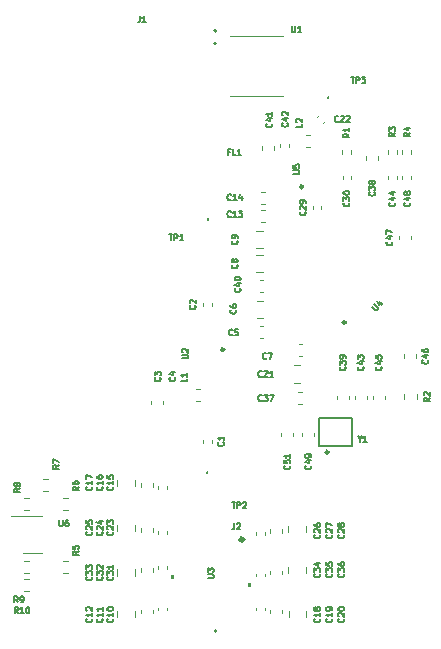
<source format=gto>
%TF.GenerationSoftware,KiCad,Pcbnew,(6.0.1)*%
%TF.CreationDate,2022-03-10T13:17:56+01:00*%
%TF.ProjectId,XCOMMS_RF,58434f4d-4d53-45f5-9246-2e6b69636164,rev?*%
%TF.SameCoordinates,PX7ed6b40PY82a7440*%
%TF.FileFunction,Legend,Top*%
%TF.FilePolarity,Positive*%
%FSLAX46Y46*%
G04 Gerber Fmt 4.6, Leading zero omitted, Abs format (unit mm)*
G04 Created by KiCad (PCBNEW (6.0.1)) date 2022-03-10 13:17:56*
%MOMM*%
%LPD*%
G01*
G04 APERTURE LIST*
%ADD10C,0.000000*%
%ADD11C,0.127000*%
%ADD12C,0.120000*%
%ADD13C,0.250000*%
%ADD14C,0.325000*%
%ADD15C,0.200000*%
%ADD16C,0.254000*%
%ADD17C,0.100000*%
G04 APERTURE END LIST*
D10*
G36*
X16585653Y11609501D02*
G01*
X16331653Y11609501D01*
X16331653Y11990501D01*
X16585653Y11990501D01*
X16585653Y11609501D01*
G37*
G36*
X23053052Y10949101D02*
G01*
X22799052Y10949101D01*
X22799052Y11330101D01*
X23053052Y11330101D01*
X23053052Y10949101D01*
G37*
D11*
%TO.C,C35*%
X29893226Y12103629D02*
X29917417Y12079439D01*
X29941607Y12006867D01*
X29941607Y11958486D01*
X29917417Y11885915D01*
X29869036Y11837534D01*
X29820655Y11813343D01*
X29723893Y11789153D01*
X29651321Y11789153D01*
X29554559Y11813343D01*
X29506178Y11837534D01*
X29457798Y11885915D01*
X29433607Y11958486D01*
X29433607Y12006867D01*
X29457798Y12079439D01*
X29481988Y12103629D01*
X29433607Y12272962D02*
X29433607Y12587439D01*
X29627131Y12418105D01*
X29627131Y12490677D01*
X29651321Y12539058D01*
X29675512Y12563248D01*
X29723893Y12587439D01*
X29844845Y12587439D01*
X29893226Y12563248D01*
X29917417Y12539058D01*
X29941607Y12490677D01*
X29941607Y12345534D01*
X29917417Y12297153D01*
X29893226Y12272962D01*
X29433607Y13047058D02*
X29433607Y12805153D01*
X29675512Y12780962D01*
X29651321Y12805153D01*
X29627131Y12853534D01*
X29627131Y12974486D01*
X29651321Y13022867D01*
X29675512Y13047058D01*
X29723893Y13071248D01*
X29844845Y13071248D01*
X29893226Y13047058D01*
X29917417Y13022867D01*
X29941607Y12974486D01*
X29941607Y12853534D01*
X29917417Y12805153D01*
X29893226Y12780962D01*
%TO.C,C12*%
X9573226Y8293629D02*
X9597417Y8269439D01*
X9621607Y8196867D01*
X9621607Y8148486D01*
X9597417Y8075915D01*
X9549036Y8027534D01*
X9500655Y8003343D01*
X9403893Y7979153D01*
X9331321Y7979153D01*
X9234559Y8003343D01*
X9186178Y8027534D01*
X9137798Y8075915D01*
X9113607Y8148486D01*
X9113607Y8196867D01*
X9137798Y8269439D01*
X9161988Y8293629D01*
X9621607Y8777439D02*
X9621607Y8487153D01*
X9621607Y8632296D02*
X9113607Y8632296D01*
X9186178Y8583915D01*
X9234559Y8535534D01*
X9258750Y8487153D01*
X9161988Y8970962D02*
X9137798Y8995153D01*
X9113607Y9043534D01*
X9113607Y9164486D01*
X9137798Y9212867D01*
X9161988Y9237058D01*
X9210369Y9261248D01*
X9258750Y9261248D01*
X9331321Y9237058D01*
X9621607Y8946772D01*
X9621607Y9261248D01*
%TO.C,C25*%
X9573226Y15659629D02*
X9597417Y15635439D01*
X9621607Y15562867D01*
X9621607Y15514486D01*
X9597417Y15441915D01*
X9549036Y15393534D01*
X9500655Y15369343D01*
X9403893Y15345153D01*
X9331321Y15345153D01*
X9234559Y15369343D01*
X9186178Y15393534D01*
X9137798Y15441915D01*
X9113607Y15514486D01*
X9113607Y15562867D01*
X9137798Y15635439D01*
X9161988Y15659629D01*
X9161988Y15853153D02*
X9137798Y15877343D01*
X9113607Y15925724D01*
X9113607Y16046677D01*
X9137798Y16095058D01*
X9161988Y16119248D01*
X9210369Y16143439D01*
X9258750Y16143439D01*
X9331321Y16119248D01*
X9621607Y15828962D01*
X9621607Y16143439D01*
X9113607Y16603058D02*
X9113607Y16361153D01*
X9355512Y16336962D01*
X9331321Y16361153D01*
X9307131Y16409534D01*
X9307131Y16530486D01*
X9331321Y16578867D01*
X9355512Y16603058D01*
X9403893Y16627248D01*
X9524845Y16627248D01*
X9573226Y16603058D01*
X9597417Y16578867D01*
X9621607Y16530486D01*
X9621607Y16409534D01*
X9597417Y16361153D01*
X9573226Y16336962D01*
%TO.C,R4*%
X36545607Y49429534D02*
X36303702Y49260200D01*
X36545607Y49139248D02*
X36037607Y49139248D01*
X36037607Y49332772D01*
X36061798Y49381153D01*
X36085988Y49405343D01*
X36134369Y49429534D01*
X36206940Y49429534D01*
X36255321Y49405343D01*
X36279512Y49381153D01*
X36303702Y49332772D01*
X36303702Y49139248D01*
X36206940Y49864962D02*
X36545607Y49864962D01*
X36013417Y49744010D02*
X36376274Y49623058D01*
X36376274Y49937534D01*
%TO.C,U2*%
X17241607Y30331153D02*
X17652845Y30331153D01*
X17701226Y30355343D01*
X17725417Y30379534D01*
X17749607Y30427915D01*
X17749607Y30524677D01*
X17725417Y30573058D01*
X17701226Y30597248D01*
X17652845Y30621439D01*
X17241607Y30621439D01*
X17289988Y30839153D02*
X17265798Y30863343D01*
X17241607Y30911724D01*
X17241607Y31032677D01*
X17265798Y31081058D01*
X17289988Y31105248D01*
X17338369Y31129439D01*
X17386750Y31129439D01*
X17459321Y31105248D01*
X17749607Y30814962D01*
X17749607Y31129439D01*
%TO.C,C2*%
X18336236Y34815339D02*
X18360427Y34791148D01*
X18384617Y34718577D01*
X18384617Y34670196D01*
X18360427Y34597625D01*
X18312046Y34549244D01*
X18263665Y34525053D01*
X18166903Y34500863D01*
X18094331Y34500863D01*
X17997569Y34525053D01*
X17949188Y34549244D01*
X17900808Y34597625D01*
X17876617Y34670196D01*
X17876617Y34718577D01*
X17900808Y34791148D01*
X17924998Y34815339D01*
X17924998Y35008863D02*
X17900808Y35033053D01*
X17876617Y35081434D01*
X17876617Y35202386D01*
X17900808Y35250767D01*
X17924998Y35274958D01*
X17973379Y35299148D01*
X18021760Y35299148D01*
X18094331Y35274958D01*
X18384617Y34984672D01*
X18384617Y35299148D01*
%TO.C,C34*%
X28877226Y12103629D02*
X28901417Y12079439D01*
X28925607Y12006867D01*
X28925607Y11958486D01*
X28901417Y11885915D01*
X28853036Y11837534D01*
X28804655Y11813343D01*
X28707893Y11789153D01*
X28635321Y11789153D01*
X28538559Y11813343D01*
X28490178Y11837534D01*
X28441798Y11885915D01*
X28417607Y11958486D01*
X28417607Y12006867D01*
X28441798Y12079439D01*
X28465988Y12103629D01*
X28417607Y12272962D02*
X28417607Y12587439D01*
X28611131Y12418105D01*
X28611131Y12490677D01*
X28635321Y12539058D01*
X28659512Y12563248D01*
X28707893Y12587439D01*
X28828845Y12587439D01*
X28877226Y12563248D01*
X28901417Y12539058D01*
X28925607Y12490677D01*
X28925607Y12345534D01*
X28901417Y12297153D01*
X28877226Y12272962D01*
X28586940Y13022867D02*
X28925607Y13022867D01*
X28393417Y12901915D02*
X28756274Y12780962D01*
X28756274Y13095439D01*
%TO.C,U3*%
X19414171Y11743154D02*
X19825409Y11743154D01*
X19873790Y11767344D01*
X19897981Y11791535D01*
X19922171Y11839916D01*
X19922171Y11936678D01*
X19897981Y11985059D01*
X19873790Y12009249D01*
X19825409Y12033440D01*
X19414171Y12033440D01*
X19414171Y12226963D02*
X19414171Y12541440D01*
X19607695Y12372106D01*
X19607695Y12444678D01*
X19631885Y12493059D01*
X19656076Y12517249D01*
X19704457Y12541440D01*
X19825409Y12541440D01*
X19873790Y12517249D01*
X19897981Y12493059D01*
X19922171Y12444678D01*
X19922171Y12299535D01*
X19897981Y12251154D01*
X19873790Y12226963D01*
%TO.C,FL1*%
X21285045Y47823286D02*
X21115712Y47823286D01*
X21115712Y47557191D02*
X21115712Y48065191D01*
X21357617Y48065191D01*
X21793045Y47557191D02*
X21551140Y47557191D01*
X21551140Y48065191D01*
X22228474Y47557191D02*
X21938188Y47557191D01*
X22083331Y47557191D02*
X22083331Y48065191D01*
X22034950Y47992620D01*
X21986569Y47944239D01*
X21938188Y47920048D01*
%TO.C,C28*%
X30909226Y15405629D02*
X30933417Y15381439D01*
X30957607Y15308867D01*
X30957607Y15260486D01*
X30933417Y15187915D01*
X30885036Y15139534D01*
X30836655Y15115343D01*
X30739893Y15091153D01*
X30667321Y15091153D01*
X30570559Y15115343D01*
X30522178Y15139534D01*
X30473798Y15187915D01*
X30449607Y15260486D01*
X30449607Y15308867D01*
X30473798Y15381439D01*
X30497988Y15405629D01*
X30497988Y15599153D02*
X30473798Y15623343D01*
X30449607Y15671724D01*
X30449607Y15792677D01*
X30473798Y15841058D01*
X30497988Y15865248D01*
X30546369Y15889439D01*
X30594750Y15889439D01*
X30667321Y15865248D01*
X30957607Y15574962D01*
X30957607Y15889439D01*
X30667321Y16179724D02*
X30643131Y16131343D01*
X30618940Y16107153D01*
X30570559Y16082962D01*
X30546369Y16082962D01*
X30497988Y16107153D01*
X30473798Y16131343D01*
X30449607Y16179724D01*
X30449607Y16276486D01*
X30473798Y16324867D01*
X30497988Y16349058D01*
X30546369Y16373248D01*
X30570559Y16373248D01*
X30618940Y16349058D01*
X30643131Y16324867D01*
X30667321Y16276486D01*
X30667321Y16179724D01*
X30691512Y16131343D01*
X30715702Y16107153D01*
X30764083Y16082962D01*
X30860845Y16082962D01*
X30909226Y16107153D01*
X30933417Y16131343D01*
X30957607Y16179724D01*
X30957607Y16276486D01*
X30933417Y16324867D01*
X30909226Y16349058D01*
X30860845Y16373248D01*
X30764083Y16373248D01*
X30715702Y16349058D01*
X30691512Y16324867D01*
X30667321Y16276486D01*
%TO.C,C20*%
X30909226Y8293629D02*
X30933417Y8269439D01*
X30957607Y8196867D01*
X30957607Y8148486D01*
X30933417Y8075915D01*
X30885036Y8027534D01*
X30836655Y8003343D01*
X30739893Y7979153D01*
X30667321Y7979153D01*
X30570559Y8003343D01*
X30522178Y8027534D01*
X30473798Y8075915D01*
X30449607Y8148486D01*
X30449607Y8196867D01*
X30473798Y8269439D01*
X30497988Y8293629D01*
X30497988Y8487153D02*
X30473798Y8511343D01*
X30449607Y8559724D01*
X30449607Y8680677D01*
X30473798Y8729058D01*
X30497988Y8753248D01*
X30546369Y8777439D01*
X30594750Y8777439D01*
X30667321Y8753248D01*
X30957607Y8462962D01*
X30957607Y8777439D01*
X30449607Y9091915D02*
X30449607Y9140296D01*
X30473798Y9188677D01*
X30497988Y9212867D01*
X30546369Y9237058D01*
X30643131Y9261248D01*
X30764083Y9261248D01*
X30860845Y9237058D01*
X30909226Y9212867D01*
X30933417Y9188677D01*
X30957607Y9140296D01*
X30957607Y9091915D01*
X30933417Y9043534D01*
X30909226Y9019343D01*
X30860845Y8995153D01*
X30764083Y8970962D01*
X30643131Y8970962D01*
X30546369Y8995153D01*
X30497988Y9019343D01*
X30473798Y9043534D01*
X30449607Y9091915D01*
%TO.C,C3*%
X15376026Y28709734D02*
X15400217Y28685543D01*
X15424407Y28612972D01*
X15424407Y28564591D01*
X15400217Y28492020D01*
X15351836Y28443639D01*
X15303455Y28419448D01*
X15206693Y28395258D01*
X15134121Y28395258D01*
X15037359Y28419448D01*
X14988978Y28443639D01*
X14940598Y28492020D01*
X14916407Y28564591D01*
X14916407Y28612972D01*
X14940598Y28685543D01*
X14964788Y28709734D01*
X14916407Y28879067D02*
X14916407Y29193543D01*
X15109931Y29024210D01*
X15109931Y29096781D01*
X15134121Y29145162D01*
X15158312Y29169353D01*
X15206693Y29193543D01*
X15327645Y29193543D01*
X15376026Y29169353D01*
X15400217Y29145162D01*
X15424407Y29096781D01*
X15424407Y28951639D01*
X15400217Y28903258D01*
X15376026Y28879067D01*
%TO.C,C16*%
X10462226Y19469629D02*
X10486417Y19445439D01*
X10510607Y19372867D01*
X10510607Y19324486D01*
X10486417Y19251915D01*
X10438036Y19203534D01*
X10389655Y19179343D01*
X10292893Y19155153D01*
X10220321Y19155153D01*
X10123559Y19179343D01*
X10075178Y19203534D01*
X10026798Y19251915D01*
X10002607Y19324486D01*
X10002607Y19372867D01*
X10026798Y19445439D01*
X10050988Y19469629D01*
X10510607Y19953439D02*
X10510607Y19663153D01*
X10510607Y19808296D02*
X10002607Y19808296D01*
X10075178Y19759915D01*
X10123559Y19711534D01*
X10147750Y19663153D01*
X10002607Y20388867D02*
X10002607Y20292105D01*
X10026798Y20243724D01*
X10050988Y20219534D01*
X10123559Y20171153D01*
X10220321Y20146962D01*
X10413845Y20146962D01*
X10462226Y20171153D01*
X10486417Y20195343D01*
X10510607Y20243724D01*
X10510607Y20340486D01*
X10486417Y20388867D01*
X10462226Y20413058D01*
X10413845Y20437248D01*
X10292893Y20437248D01*
X10244512Y20413058D01*
X10220321Y20388867D01*
X10196131Y20340486D01*
X10196131Y20243724D01*
X10220321Y20195343D01*
X10244512Y20171153D01*
X10292893Y20146962D01*
%TO.C,C27*%
X29893226Y15405629D02*
X29917417Y15381439D01*
X29941607Y15308867D01*
X29941607Y15260486D01*
X29917417Y15187915D01*
X29869036Y15139534D01*
X29820655Y15115343D01*
X29723893Y15091153D01*
X29651321Y15091153D01*
X29554559Y15115343D01*
X29506178Y15139534D01*
X29457798Y15187915D01*
X29433607Y15260486D01*
X29433607Y15308867D01*
X29457798Y15381439D01*
X29481988Y15405629D01*
X29481988Y15599153D02*
X29457798Y15623343D01*
X29433607Y15671724D01*
X29433607Y15792677D01*
X29457798Y15841058D01*
X29481988Y15865248D01*
X29530369Y15889439D01*
X29578750Y15889439D01*
X29651321Y15865248D01*
X29941607Y15574962D01*
X29941607Y15889439D01*
X29433607Y16058772D02*
X29433607Y16397439D01*
X29941607Y16179724D01*
%TO.C,C42*%
X26159426Y50254429D02*
X26183617Y50230239D01*
X26207807Y50157667D01*
X26207807Y50109286D01*
X26183617Y50036715D01*
X26135236Y49988334D01*
X26086855Y49964143D01*
X25990093Y49939953D01*
X25917521Y49939953D01*
X25820759Y49964143D01*
X25772378Y49988334D01*
X25723998Y50036715D01*
X25699807Y50109286D01*
X25699807Y50157667D01*
X25723998Y50230239D01*
X25748188Y50254429D01*
X25869140Y50689858D02*
X26207807Y50689858D01*
X25675617Y50568905D02*
X26038474Y50447953D01*
X26038474Y50762429D01*
X25748188Y50931762D02*
X25723998Y50955953D01*
X25699807Y51004334D01*
X25699807Y51125286D01*
X25723998Y51173667D01*
X25748188Y51197858D01*
X25796569Y51222048D01*
X25844950Y51222048D01*
X25917521Y51197858D01*
X26207807Y50907572D01*
X26207807Y51222048D01*
%TO.C,TP1*%
X16116750Y40826202D02*
X16407036Y40826202D01*
X16261893Y40318202D02*
X16261893Y40826202D01*
X16576369Y40318202D02*
X16576369Y40826202D01*
X16769893Y40826202D01*
X16818274Y40802011D01*
X16842464Y40777821D01*
X16866655Y40729440D01*
X16866655Y40656869D01*
X16842464Y40608488D01*
X16818274Y40584297D01*
X16769893Y40560107D01*
X16576369Y40560107D01*
X17350464Y40318202D02*
X17060178Y40318202D01*
X17205321Y40318202D02*
X17205321Y40826202D01*
X17156940Y40753631D01*
X17108559Y40705250D01*
X17060178Y40681059D01*
%TO.C,C47*%
X35000628Y40221429D02*
X35024819Y40197239D01*
X35049009Y40124667D01*
X35049009Y40076286D01*
X35024819Y40003715D01*
X34976438Y39955334D01*
X34928057Y39931143D01*
X34831295Y39906953D01*
X34758723Y39906953D01*
X34661961Y39931143D01*
X34613580Y39955334D01*
X34565200Y40003715D01*
X34541009Y40076286D01*
X34541009Y40124667D01*
X34565200Y40197239D01*
X34589390Y40221429D01*
X34710342Y40656858D02*
X35049009Y40656858D01*
X34516819Y40535905D02*
X34879676Y40414953D01*
X34879676Y40729429D01*
X34541009Y40874572D02*
X34541009Y41213239D01*
X35049009Y40995524D01*
%TO.C,C9*%
X21892226Y40285534D02*
X21916417Y40261343D01*
X21940607Y40188772D01*
X21940607Y40140391D01*
X21916417Y40067820D01*
X21868036Y40019439D01*
X21819655Y39995248D01*
X21722893Y39971058D01*
X21650321Y39971058D01*
X21553559Y39995248D01*
X21505178Y40019439D01*
X21456798Y40067820D01*
X21432607Y40140391D01*
X21432607Y40188772D01*
X21456798Y40261343D01*
X21480988Y40285534D01*
X21940607Y40527439D02*
X21940607Y40624200D01*
X21916417Y40672581D01*
X21892226Y40696772D01*
X21819655Y40745153D01*
X21722893Y40769343D01*
X21529369Y40769343D01*
X21480988Y40745153D01*
X21456798Y40720962D01*
X21432607Y40672581D01*
X21432607Y40575820D01*
X21456798Y40527439D01*
X21480988Y40503248D01*
X21529369Y40479058D01*
X21650321Y40479058D01*
X21698702Y40503248D01*
X21722893Y40527439D01*
X21747083Y40575820D01*
X21747083Y40672581D01*
X21722893Y40720962D01*
X21698702Y40745153D01*
X21650321Y40769343D01*
%TO.C,C15*%
X11351226Y19469629D02*
X11375417Y19445439D01*
X11399607Y19372867D01*
X11399607Y19324486D01*
X11375417Y19251915D01*
X11327036Y19203534D01*
X11278655Y19179343D01*
X11181893Y19155153D01*
X11109321Y19155153D01*
X11012559Y19179343D01*
X10964178Y19203534D01*
X10915798Y19251915D01*
X10891607Y19324486D01*
X10891607Y19372867D01*
X10915798Y19445439D01*
X10939988Y19469629D01*
X11399607Y19953439D02*
X11399607Y19663153D01*
X11399607Y19808296D02*
X10891607Y19808296D01*
X10964178Y19759915D01*
X11012559Y19711534D01*
X11036750Y19663153D01*
X10891607Y20413058D02*
X10891607Y20171153D01*
X11133512Y20146962D01*
X11109321Y20171153D01*
X11085131Y20219534D01*
X11085131Y20340486D01*
X11109321Y20388867D01*
X11133512Y20413058D01*
X11181893Y20437248D01*
X11302845Y20437248D01*
X11351226Y20413058D01*
X11375417Y20388867D01*
X11399607Y20340486D01*
X11399607Y20219534D01*
X11375417Y20171153D01*
X11351226Y20146962D01*
%TO.C,C13*%
X21384226Y42347772D02*
X21360036Y42323581D01*
X21287464Y42299391D01*
X21239083Y42299391D01*
X21166512Y42323581D01*
X21118131Y42371962D01*
X21093940Y42420343D01*
X21069750Y42517105D01*
X21069750Y42589677D01*
X21093940Y42686439D01*
X21118131Y42734820D01*
X21166512Y42783200D01*
X21239083Y42807391D01*
X21287464Y42807391D01*
X21360036Y42783200D01*
X21384226Y42759010D01*
X21868036Y42299391D02*
X21577750Y42299391D01*
X21722893Y42299391D02*
X21722893Y42807391D01*
X21674512Y42734820D01*
X21626131Y42686439D01*
X21577750Y42662248D01*
X22037369Y42807391D02*
X22351845Y42807391D01*
X22182512Y42613867D01*
X22255083Y42613867D01*
X22303464Y42589677D01*
X22327655Y42565486D01*
X22351845Y42517105D01*
X22351845Y42396153D01*
X22327655Y42347772D01*
X22303464Y42323581D01*
X22255083Y42299391D01*
X22109940Y42299391D01*
X22061559Y42323581D01*
X22037369Y42347772D01*
%TO.C,C31*%
X11351226Y11849629D02*
X11375417Y11825439D01*
X11399607Y11752867D01*
X11399607Y11704486D01*
X11375417Y11631915D01*
X11327036Y11583534D01*
X11278655Y11559343D01*
X11181893Y11535153D01*
X11109321Y11535153D01*
X11012559Y11559343D01*
X10964178Y11583534D01*
X10915798Y11631915D01*
X10891607Y11704486D01*
X10891607Y11752867D01*
X10915798Y11825439D01*
X10939988Y11849629D01*
X10891607Y12018962D02*
X10891607Y12333439D01*
X11085131Y12164105D01*
X11085131Y12236677D01*
X11109321Y12285058D01*
X11133512Y12309248D01*
X11181893Y12333439D01*
X11302845Y12333439D01*
X11351226Y12309248D01*
X11375417Y12285058D01*
X11399607Y12236677D01*
X11399607Y12091534D01*
X11375417Y12043153D01*
X11351226Y12018962D01*
X11399607Y12817248D02*
X11399607Y12526962D01*
X11399607Y12672105D02*
X10891607Y12672105D01*
X10964178Y12623724D01*
X11012559Y12575343D01*
X11036750Y12526962D01*
%TO.C,C7*%
X24369331Y30333572D02*
X24345140Y30309381D01*
X24272569Y30285191D01*
X24224188Y30285191D01*
X24151617Y30309381D01*
X24103236Y30357762D01*
X24079045Y30406143D01*
X24054855Y30502905D01*
X24054855Y30575477D01*
X24079045Y30672239D01*
X24103236Y30720620D01*
X24151617Y30769000D01*
X24224188Y30793191D01*
X24272569Y30793191D01*
X24345140Y30769000D01*
X24369331Y30744810D01*
X24538664Y30793191D02*
X24877331Y30793191D01*
X24659617Y30285191D01*
%TO.C,R10*%
X3350226Y8771391D02*
X3180893Y9013296D01*
X3059940Y8771391D02*
X3059940Y9279391D01*
X3253464Y9279391D01*
X3301845Y9255200D01*
X3326036Y9231010D01*
X3350226Y9182629D01*
X3350226Y9110058D01*
X3326036Y9061677D01*
X3301845Y9037486D01*
X3253464Y9013296D01*
X3059940Y9013296D01*
X3834036Y8771391D02*
X3543750Y8771391D01*
X3688893Y8771391D02*
X3688893Y9279391D01*
X3640512Y9206820D01*
X3592131Y9158439D01*
X3543750Y9134248D01*
X4148512Y9279391D02*
X4196893Y9279391D01*
X4245274Y9255200D01*
X4269464Y9231010D01*
X4293655Y9182629D01*
X4317845Y9085867D01*
X4317845Y8964915D01*
X4293655Y8868153D01*
X4269464Y8819772D01*
X4245274Y8795581D01*
X4196893Y8771391D01*
X4148512Y8771391D01*
X4100131Y8795581D01*
X4075940Y8819772D01*
X4051750Y8868153D01*
X4027559Y8964915D01*
X4027559Y9085867D01*
X4051750Y9182629D01*
X4075940Y9231010D01*
X4100131Y9255200D01*
X4148512Y9279391D01*
%TO.C,R7*%
X6827607Y21286334D02*
X6585702Y21117000D01*
X6827607Y20996048D02*
X6319607Y20996048D01*
X6319607Y21189572D01*
X6343798Y21237953D01*
X6367988Y21262143D01*
X6416369Y21286334D01*
X6488940Y21286334D01*
X6537321Y21262143D01*
X6561512Y21237953D01*
X6585702Y21189572D01*
X6585702Y20996048D01*
X6319607Y21455667D02*
X6319607Y21794334D01*
X6827607Y21576620D01*
%TO.C,C6*%
X21784222Y34433534D02*
X21808413Y34409343D01*
X21832603Y34336772D01*
X21832603Y34288391D01*
X21808413Y34215820D01*
X21760032Y34167439D01*
X21711651Y34143248D01*
X21614889Y34119058D01*
X21542317Y34119058D01*
X21445555Y34143248D01*
X21397174Y34167439D01*
X21348794Y34215820D01*
X21324603Y34288391D01*
X21324603Y34336772D01*
X21348794Y34409343D01*
X21372984Y34433534D01*
X21324603Y34868962D02*
X21324603Y34772200D01*
X21348794Y34723820D01*
X21372984Y34699629D01*
X21445555Y34651248D01*
X21542317Y34627058D01*
X21735841Y34627058D01*
X21784222Y34651248D01*
X21808413Y34675439D01*
X21832603Y34723820D01*
X21832603Y34820581D01*
X21808413Y34868962D01*
X21784222Y34893153D01*
X21735841Y34917343D01*
X21614889Y34917343D01*
X21566508Y34893153D01*
X21542317Y34868962D01*
X21518127Y34820581D01*
X21518127Y34723820D01*
X21542317Y34675439D01*
X21566508Y34651248D01*
X21614889Y34627058D01*
%TO.C,R1*%
X31414807Y49353334D02*
X31172902Y49184000D01*
X31414807Y49063048D02*
X30906807Y49063048D01*
X30906807Y49256572D01*
X30930998Y49304953D01*
X30955188Y49329143D01*
X31003569Y49353334D01*
X31076140Y49353334D01*
X31124521Y49329143D01*
X31148712Y49304953D01*
X31172902Y49256572D01*
X31172902Y49063048D01*
X31414807Y49837143D02*
X31414807Y49546858D01*
X31414807Y49692000D02*
X30906807Y49692000D01*
X30979378Y49643620D01*
X31027759Y49595239D01*
X31051950Y49546858D01*
%TO.C,J1*%
X13667464Y59317391D02*
X13667464Y58954534D01*
X13643274Y58881962D01*
X13594893Y58833581D01*
X13522321Y58809391D01*
X13473940Y58809391D01*
X14175464Y58809391D02*
X13885178Y58809391D01*
X14030321Y58809391D02*
X14030321Y59317391D01*
X13981940Y59244820D01*
X13933559Y59196439D01*
X13885178Y59172248D01*
%TO.C,C1*%
X20728634Y23226945D02*
X20752825Y23202754D01*
X20777015Y23130183D01*
X20777015Y23081802D01*
X20752825Y23009231D01*
X20704444Y22960850D01*
X20656063Y22936659D01*
X20559301Y22912469D01*
X20486729Y22912469D01*
X20389967Y22936659D01*
X20341586Y22960850D01*
X20293206Y23009231D01*
X20269015Y23081802D01*
X20269015Y23130183D01*
X20293206Y23202754D01*
X20317396Y23226945D01*
X20777015Y23710754D02*
X20777015Y23420469D01*
X20777015Y23565611D02*
X20269015Y23565611D01*
X20341586Y23517231D01*
X20389967Y23468850D01*
X20414158Y23420469D01*
%TO.C,R2*%
X38196607Y27001334D02*
X37954702Y26832000D01*
X38196607Y26711048D02*
X37688607Y26711048D01*
X37688607Y26904572D01*
X37712798Y26952953D01*
X37736988Y26977143D01*
X37785369Y27001334D01*
X37857940Y27001334D01*
X37906321Y26977143D01*
X37930512Y26952953D01*
X37954702Y26904572D01*
X37954702Y26711048D01*
X37736988Y27194858D02*
X37712798Y27219048D01*
X37688607Y27267429D01*
X37688607Y27388381D01*
X37712798Y27436762D01*
X37736988Y27460953D01*
X37785369Y27485143D01*
X37833750Y27485143D01*
X37906321Y27460953D01*
X38196607Y27170667D01*
X38196607Y27485143D01*
%TO.C,Y1*%
X32263893Y23491296D02*
X32263893Y23249391D01*
X32094559Y23757391D02*
X32263893Y23491296D01*
X32433226Y23757391D01*
X32868655Y23249391D02*
X32578369Y23249391D01*
X32723512Y23249391D02*
X32723512Y23757391D01*
X32675131Y23684820D01*
X32626750Y23636439D01*
X32578369Y23612248D01*
%TO.C,C43*%
X32560226Y29629629D02*
X32584417Y29605439D01*
X32608607Y29532867D01*
X32608607Y29484486D01*
X32584417Y29411915D01*
X32536036Y29363534D01*
X32487655Y29339343D01*
X32390893Y29315153D01*
X32318321Y29315153D01*
X32221559Y29339343D01*
X32173178Y29363534D01*
X32124798Y29411915D01*
X32100607Y29484486D01*
X32100607Y29532867D01*
X32124798Y29605439D01*
X32148988Y29629629D01*
X32269940Y30065058D02*
X32608607Y30065058D01*
X32076417Y29944105D02*
X32439274Y29823153D01*
X32439274Y30137629D01*
X32100607Y30282772D02*
X32100607Y30597248D01*
X32294131Y30427915D01*
X32294131Y30500486D01*
X32318321Y30548867D01*
X32342512Y30573058D01*
X32390893Y30597248D01*
X32511845Y30597248D01*
X32560226Y30573058D01*
X32584417Y30548867D01*
X32608607Y30500486D01*
X32608607Y30355343D01*
X32584417Y30306962D01*
X32560226Y30282772D01*
%TO.C,C39*%
X31036226Y29629629D02*
X31060417Y29605439D01*
X31084607Y29532867D01*
X31084607Y29484486D01*
X31060417Y29411915D01*
X31012036Y29363534D01*
X30963655Y29339343D01*
X30866893Y29315153D01*
X30794321Y29315153D01*
X30697559Y29339343D01*
X30649178Y29363534D01*
X30600798Y29411915D01*
X30576607Y29484486D01*
X30576607Y29532867D01*
X30600798Y29605439D01*
X30624988Y29629629D01*
X30576607Y29798962D02*
X30576607Y30113439D01*
X30770131Y29944105D01*
X30770131Y30016677D01*
X30794321Y30065058D01*
X30818512Y30089248D01*
X30866893Y30113439D01*
X30987845Y30113439D01*
X31036226Y30089248D01*
X31060417Y30065058D01*
X31084607Y30016677D01*
X31084607Y29871534D01*
X31060417Y29823153D01*
X31036226Y29798962D01*
X31084607Y30355343D02*
X31084607Y30452105D01*
X31060417Y30500486D01*
X31036226Y30524677D01*
X30963655Y30573058D01*
X30866893Y30597248D01*
X30673369Y30597248D01*
X30624988Y30573058D01*
X30600798Y30548867D01*
X30576607Y30500486D01*
X30576607Y30403724D01*
X30600798Y30355343D01*
X30624988Y30331153D01*
X30673369Y30306962D01*
X30794321Y30306962D01*
X30842702Y30331153D01*
X30866893Y30355343D01*
X30891083Y30403724D01*
X30891083Y30500486D01*
X30866893Y30548867D01*
X30842702Y30573058D01*
X30794321Y30597248D01*
%TO.C,C32*%
X10462226Y11849629D02*
X10486417Y11825439D01*
X10510607Y11752867D01*
X10510607Y11704486D01*
X10486417Y11631915D01*
X10438036Y11583534D01*
X10389655Y11559343D01*
X10292893Y11535153D01*
X10220321Y11535153D01*
X10123559Y11559343D01*
X10075178Y11583534D01*
X10026798Y11631915D01*
X10002607Y11704486D01*
X10002607Y11752867D01*
X10026798Y11825439D01*
X10050988Y11849629D01*
X10002607Y12018962D02*
X10002607Y12333439D01*
X10196131Y12164105D01*
X10196131Y12236677D01*
X10220321Y12285058D01*
X10244512Y12309248D01*
X10292893Y12333439D01*
X10413845Y12333439D01*
X10462226Y12309248D01*
X10486417Y12285058D01*
X10510607Y12236677D01*
X10510607Y12091534D01*
X10486417Y12043153D01*
X10462226Y12018962D01*
X10050988Y12526962D02*
X10026798Y12551153D01*
X10002607Y12599534D01*
X10002607Y12720486D01*
X10026798Y12768867D01*
X10050988Y12793058D01*
X10099369Y12817248D01*
X10147750Y12817248D01*
X10220321Y12793058D01*
X10510607Y12502772D01*
X10510607Y12817248D01*
%TO.C,R9*%
X3338131Y9660391D02*
X3168798Y9902296D01*
X3047845Y9660391D02*
X3047845Y10168391D01*
X3241369Y10168391D01*
X3289750Y10144200D01*
X3313940Y10120010D01*
X3338131Y10071629D01*
X3338131Y9999058D01*
X3313940Y9950677D01*
X3289750Y9926486D01*
X3241369Y9902296D01*
X3047845Y9902296D01*
X3580036Y9660391D02*
X3676798Y9660391D01*
X3725178Y9684581D01*
X3749369Y9708772D01*
X3797750Y9781343D01*
X3821940Y9878105D01*
X3821940Y10071629D01*
X3797750Y10120010D01*
X3773559Y10144200D01*
X3725178Y10168391D01*
X3628417Y10168391D01*
X3580036Y10144200D01*
X3555845Y10120010D01*
X3531655Y10071629D01*
X3531655Y9950677D01*
X3555845Y9902296D01*
X3580036Y9878105D01*
X3628417Y9853915D01*
X3725178Y9853915D01*
X3773559Y9878105D01*
X3797750Y9902296D01*
X3821940Y9950677D01*
%TO.C,C49*%
X28115226Y21247629D02*
X28139417Y21223439D01*
X28163607Y21150867D01*
X28163607Y21102486D01*
X28139417Y21029915D01*
X28091036Y20981534D01*
X28042655Y20957343D01*
X27945893Y20933153D01*
X27873321Y20933153D01*
X27776559Y20957343D01*
X27728178Y20981534D01*
X27679798Y21029915D01*
X27655607Y21102486D01*
X27655607Y21150867D01*
X27679798Y21223439D01*
X27703988Y21247629D01*
X27824940Y21683058D02*
X28163607Y21683058D01*
X27631417Y21562105D02*
X27994274Y21441153D01*
X27994274Y21755629D01*
X28163607Y21973343D02*
X28163607Y22070105D01*
X28139417Y22118486D01*
X28115226Y22142677D01*
X28042655Y22191058D01*
X27945893Y22215248D01*
X27752369Y22215248D01*
X27703988Y22191058D01*
X27679798Y22166867D01*
X27655607Y22118486D01*
X27655607Y22021724D01*
X27679798Y21973343D01*
X27703988Y21949153D01*
X27752369Y21924962D01*
X27873321Y21924962D01*
X27921702Y21949153D01*
X27945893Y21973343D01*
X27970083Y22021724D01*
X27970083Y22118486D01*
X27945893Y22166867D01*
X27921702Y22191058D01*
X27873321Y22215248D01*
%TO.C,C46*%
X38021226Y30188429D02*
X38045417Y30164239D01*
X38069607Y30091667D01*
X38069607Y30043286D01*
X38045417Y29970715D01*
X37997036Y29922334D01*
X37948655Y29898143D01*
X37851893Y29873953D01*
X37779321Y29873953D01*
X37682559Y29898143D01*
X37634178Y29922334D01*
X37585798Y29970715D01*
X37561607Y30043286D01*
X37561607Y30091667D01*
X37585798Y30164239D01*
X37609988Y30188429D01*
X37730940Y30623858D02*
X38069607Y30623858D01*
X37537417Y30502905D02*
X37900274Y30381953D01*
X37900274Y30696429D01*
X37561607Y31107667D02*
X37561607Y31010905D01*
X37585798Y30962524D01*
X37609988Y30938334D01*
X37682559Y30889953D01*
X37779321Y30865762D01*
X37972845Y30865762D01*
X38021226Y30889953D01*
X38045417Y30914143D01*
X38069607Y30962524D01*
X38069607Y31059286D01*
X38045417Y31107667D01*
X38021226Y31131858D01*
X37972845Y31156048D01*
X37851893Y31156048D01*
X37803512Y31131858D01*
X37779321Y31107667D01*
X37755131Y31059286D01*
X37755131Y30962524D01*
X37779321Y30914143D01*
X37803512Y30889953D01*
X37851893Y30865762D01*
%TO.C,C24*%
X10462226Y15659629D02*
X10486417Y15635439D01*
X10510607Y15562867D01*
X10510607Y15514486D01*
X10486417Y15441915D01*
X10438036Y15393534D01*
X10389655Y15369343D01*
X10292893Y15345153D01*
X10220321Y15345153D01*
X10123559Y15369343D01*
X10075178Y15393534D01*
X10026798Y15441915D01*
X10002607Y15514486D01*
X10002607Y15562867D01*
X10026798Y15635439D01*
X10050988Y15659629D01*
X10050988Y15853153D02*
X10026798Y15877343D01*
X10002607Y15925724D01*
X10002607Y16046677D01*
X10026798Y16095058D01*
X10050988Y16119248D01*
X10099369Y16143439D01*
X10147750Y16143439D01*
X10220321Y16119248D01*
X10510607Y15828962D01*
X10510607Y16143439D01*
X10171940Y16578867D02*
X10510607Y16578867D01*
X9978417Y16457915D02*
X10341274Y16336962D01*
X10341274Y16651439D01*
%TO.C,C37*%
X24000426Y26777572D02*
X23976236Y26753381D01*
X23903664Y26729191D01*
X23855283Y26729191D01*
X23782712Y26753381D01*
X23734331Y26801762D01*
X23710140Y26850143D01*
X23685950Y26946905D01*
X23685950Y27019477D01*
X23710140Y27116239D01*
X23734331Y27164620D01*
X23782712Y27213000D01*
X23855283Y27237191D01*
X23903664Y27237191D01*
X23976236Y27213000D01*
X24000426Y27188810D01*
X24169759Y27237191D02*
X24484236Y27237191D01*
X24314902Y27043667D01*
X24387474Y27043667D01*
X24435855Y27019477D01*
X24460045Y26995286D01*
X24484236Y26946905D01*
X24484236Y26825953D01*
X24460045Y26777572D01*
X24435855Y26753381D01*
X24387474Y26729191D01*
X24242331Y26729191D01*
X24193950Y26753381D01*
X24169759Y26777572D01*
X24653569Y27237191D02*
X24992236Y27237191D01*
X24774521Y26729191D01*
%TO.C,TP3*%
X31534550Y54135791D02*
X31824836Y54135791D01*
X31679693Y53627791D02*
X31679693Y54135791D01*
X31994169Y53627791D02*
X31994169Y54135791D01*
X32187693Y54135791D01*
X32236074Y54111600D01*
X32260264Y54087410D01*
X32284455Y54039029D01*
X32284455Y53966458D01*
X32260264Y53918077D01*
X32236074Y53893886D01*
X32187693Y53869696D01*
X31994169Y53869696D01*
X32453788Y54135791D02*
X32768264Y54135791D01*
X32598931Y53942267D01*
X32671502Y53942267D01*
X32719883Y53918077D01*
X32744074Y53893886D01*
X32768264Y53845505D01*
X32768264Y53724553D01*
X32744074Y53676172D01*
X32719883Y53651981D01*
X32671502Y53627791D01*
X32526359Y53627791D01*
X32477978Y53651981D01*
X32453788Y53676172D01*
%TO.C,R5*%
X8478607Y13996534D02*
X8236702Y13827200D01*
X8478607Y13706248D02*
X7970607Y13706248D01*
X7970607Y13899772D01*
X7994798Y13948153D01*
X8018988Y13972343D01*
X8067369Y13996534D01*
X8139940Y13996534D01*
X8188321Y13972343D01*
X8212512Y13948153D01*
X8236702Y13899772D01*
X8236702Y13706248D01*
X7970607Y14456153D02*
X7970607Y14214248D01*
X8212512Y14190058D01*
X8188321Y14214248D01*
X8164131Y14262629D01*
X8164131Y14383581D01*
X8188321Y14431962D01*
X8212512Y14456153D01*
X8260893Y14480343D01*
X8381845Y14480343D01*
X8430226Y14456153D01*
X8454417Y14431962D01*
X8478607Y14383581D01*
X8478607Y14262629D01*
X8454417Y14214248D01*
X8430226Y14190058D01*
%TO.C,C11*%
X10462226Y8293629D02*
X10486417Y8269439D01*
X10510607Y8196867D01*
X10510607Y8148486D01*
X10486417Y8075915D01*
X10438036Y8027534D01*
X10389655Y8003343D01*
X10292893Y7979153D01*
X10220321Y7979153D01*
X10123559Y8003343D01*
X10075178Y8027534D01*
X10026798Y8075915D01*
X10002607Y8148486D01*
X10002607Y8196867D01*
X10026798Y8269439D01*
X10050988Y8293629D01*
X10510607Y8777439D02*
X10510607Y8487153D01*
X10510607Y8632296D02*
X10002607Y8632296D01*
X10075178Y8583915D01*
X10123559Y8535534D01*
X10147750Y8487153D01*
X10510607Y9261248D02*
X10510607Y8970962D01*
X10510607Y9116105D02*
X10002607Y9116105D01*
X10075178Y9067724D01*
X10123559Y9019343D01*
X10147750Y8970962D01*
%TO.C,U1*%
X26530750Y58428391D02*
X26530750Y58017153D01*
X26554940Y57968772D01*
X26579131Y57944581D01*
X26627512Y57920391D01*
X26724274Y57920391D01*
X26772655Y57944581D01*
X26796845Y57968772D01*
X26821036Y58017153D01*
X26821036Y58428391D01*
X27329036Y57920391D02*
X27038750Y57920391D01*
X27183893Y57920391D02*
X27183893Y58428391D01*
X27135512Y58355820D01*
X27087131Y58307439D01*
X27038750Y58283248D01*
%TO.C,C23*%
X11351226Y15659629D02*
X11375417Y15635439D01*
X11399607Y15562867D01*
X11399607Y15514486D01*
X11375417Y15441915D01*
X11327036Y15393534D01*
X11278655Y15369343D01*
X11181893Y15345153D01*
X11109321Y15345153D01*
X11012559Y15369343D01*
X10964178Y15393534D01*
X10915798Y15441915D01*
X10891607Y15514486D01*
X10891607Y15562867D01*
X10915798Y15635439D01*
X10939988Y15659629D01*
X10939988Y15853153D02*
X10915798Y15877343D01*
X10891607Y15925724D01*
X10891607Y16046677D01*
X10915798Y16095058D01*
X10939988Y16119248D01*
X10988369Y16143439D01*
X11036750Y16143439D01*
X11109321Y16119248D01*
X11399607Y15828962D01*
X11399607Y16143439D01*
X10891607Y16312772D02*
X10891607Y16627248D01*
X11085131Y16457915D01*
X11085131Y16530486D01*
X11109321Y16578867D01*
X11133512Y16603058D01*
X11181893Y16627248D01*
X11302845Y16627248D01*
X11351226Y16603058D01*
X11375417Y16578867D01*
X11399607Y16530486D01*
X11399607Y16385343D01*
X11375417Y16336962D01*
X11351226Y16312772D01*
%TO.C,C4*%
X16616026Y28709734D02*
X16640217Y28685543D01*
X16664407Y28612972D01*
X16664407Y28564591D01*
X16640217Y28492020D01*
X16591836Y28443639D01*
X16543455Y28419448D01*
X16446693Y28395258D01*
X16374121Y28395258D01*
X16277359Y28419448D01*
X16228978Y28443639D01*
X16180598Y28492020D01*
X16156407Y28564591D01*
X16156407Y28612972D01*
X16180598Y28685543D01*
X16204788Y28709734D01*
X16325740Y29145162D02*
X16664407Y29145162D01*
X16132217Y29024210D02*
X16495074Y28903258D01*
X16495074Y29217734D01*
%TO.C,C18*%
X28877226Y8293629D02*
X28901417Y8269439D01*
X28925607Y8196867D01*
X28925607Y8148486D01*
X28901417Y8075915D01*
X28853036Y8027534D01*
X28804655Y8003343D01*
X28707893Y7979153D01*
X28635321Y7979153D01*
X28538559Y8003343D01*
X28490178Y8027534D01*
X28441798Y8075915D01*
X28417607Y8148486D01*
X28417607Y8196867D01*
X28441798Y8269439D01*
X28465988Y8293629D01*
X28925607Y8777439D02*
X28925607Y8487153D01*
X28925607Y8632296D02*
X28417607Y8632296D01*
X28490178Y8583915D01*
X28538559Y8535534D01*
X28562750Y8487153D01*
X28635321Y9067724D02*
X28611131Y9019343D01*
X28586940Y8995153D01*
X28538559Y8970962D01*
X28514369Y8970962D01*
X28465988Y8995153D01*
X28441798Y9019343D01*
X28417607Y9067724D01*
X28417607Y9164486D01*
X28441798Y9212867D01*
X28465988Y9237058D01*
X28514369Y9261248D01*
X28538559Y9261248D01*
X28586940Y9237058D01*
X28611131Y9212867D01*
X28635321Y9164486D01*
X28635321Y9067724D01*
X28659512Y9019343D01*
X28683702Y8995153D01*
X28732083Y8970962D01*
X28828845Y8970962D01*
X28877226Y8995153D01*
X28901417Y9019343D01*
X28925607Y9067724D01*
X28925607Y9164486D01*
X28901417Y9212867D01*
X28877226Y9237058D01*
X28828845Y9261248D01*
X28732083Y9261248D01*
X28683702Y9237058D01*
X28659512Y9212867D01*
X28635321Y9164486D01*
%TO.C,C45*%
X34084226Y29629629D02*
X34108417Y29605439D01*
X34132607Y29532867D01*
X34132607Y29484486D01*
X34108417Y29411915D01*
X34060036Y29363534D01*
X34011655Y29339343D01*
X33914893Y29315153D01*
X33842321Y29315153D01*
X33745559Y29339343D01*
X33697178Y29363534D01*
X33648798Y29411915D01*
X33624607Y29484486D01*
X33624607Y29532867D01*
X33648798Y29605439D01*
X33672988Y29629629D01*
X33793940Y30065058D02*
X34132607Y30065058D01*
X33600417Y29944105D02*
X33963274Y29823153D01*
X33963274Y30137629D01*
X33624607Y30573058D02*
X33624607Y30331153D01*
X33866512Y30306962D01*
X33842321Y30331153D01*
X33818131Y30379534D01*
X33818131Y30500486D01*
X33842321Y30548867D01*
X33866512Y30573058D01*
X33914893Y30597248D01*
X34035845Y30597248D01*
X34084226Y30573058D01*
X34108417Y30548867D01*
X34132607Y30500486D01*
X34132607Y30379534D01*
X34108417Y30331153D01*
X34084226Y30306962D01*
%TO.C,TP2*%
X21450750Y18169402D02*
X21741036Y18169402D01*
X21595893Y17661402D02*
X21595893Y18169402D01*
X21910369Y17661402D02*
X21910369Y18169402D01*
X22103893Y18169402D01*
X22152274Y18145211D01*
X22176464Y18121021D01*
X22200655Y18072640D01*
X22200655Y18000069D01*
X22176464Y17951688D01*
X22152274Y17927497D01*
X22103893Y17903307D01*
X21910369Y17903307D01*
X22394178Y18121021D02*
X22418369Y18145211D01*
X22466750Y18169402D01*
X22587702Y18169402D01*
X22636083Y18145211D01*
X22660274Y18121021D01*
X22684464Y18072640D01*
X22684464Y18024259D01*
X22660274Y17951688D01*
X22369988Y17661402D01*
X22684464Y17661402D01*
%TO.C,C19*%
X29893226Y8293629D02*
X29917417Y8269439D01*
X29941607Y8196867D01*
X29941607Y8148486D01*
X29917417Y8075915D01*
X29869036Y8027534D01*
X29820655Y8003343D01*
X29723893Y7979153D01*
X29651321Y7979153D01*
X29554559Y8003343D01*
X29506178Y8027534D01*
X29457798Y8075915D01*
X29433607Y8148486D01*
X29433607Y8196867D01*
X29457798Y8269439D01*
X29481988Y8293629D01*
X29941607Y8777439D02*
X29941607Y8487153D01*
X29941607Y8632296D02*
X29433607Y8632296D01*
X29506178Y8583915D01*
X29554559Y8535534D01*
X29578750Y8487153D01*
X29941607Y9019343D02*
X29941607Y9116105D01*
X29917417Y9164486D01*
X29893226Y9188677D01*
X29820655Y9237058D01*
X29723893Y9261248D01*
X29530369Y9261248D01*
X29481988Y9237058D01*
X29457798Y9212867D01*
X29433607Y9164486D01*
X29433607Y9067724D01*
X29457798Y9019343D01*
X29481988Y8995153D01*
X29530369Y8970962D01*
X29651321Y8970962D01*
X29699702Y8995153D01*
X29723893Y9019343D01*
X29748083Y9067724D01*
X29748083Y9164486D01*
X29723893Y9212867D01*
X29699702Y9237058D01*
X29651321Y9261248D01*
%TO.C,C38*%
X33525426Y44412429D02*
X33549617Y44388239D01*
X33573807Y44315667D01*
X33573807Y44267286D01*
X33549617Y44194715D01*
X33501236Y44146334D01*
X33452855Y44122143D01*
X33356093Y44097953D01*
X33283521Y44097953D01*
X33186759Y44122143D01*
X33138378Y44146334D01*
X33089998Y44194715D01*
X33065807Y44267286D01*
X33065807Y44315667D01*
X33089998Y44388239D01*
X33114188Y44412429D01*
X33065807Y44581762D02*
X33065807Y44896239D01*
X33259331Y44726905D01*
X33259331Y44799477D01*
X33283521Y44847858D01*
X33307712Y44872048D01*
X33356093Y44896239D01*
X33477045Y44896239D01*
X33525426Y44872048D01*
X33549617Y44847858D01*
X33573807Y44799477D01*
X33573807Y44654334D01*
X33549617Y44605953D01*
X33525426Y44581762D01*
X33283521Y45186524D02*
X33259331Y45138143D01*
X33235140Y45113953D01*
X33186759Y45089762D01*
X33162569Y45089762D01*
X33114188Y45113953D01*
X33089998Y45138143D01*
X33065807Y45186524D01*
X33065807Y45283286D01*
X33089998Y45331667D01*
X33114188Y45355858D01*
X33162569Y45380048D01*
X33186759Y45380048D01*
X33235140Y45355858D01*
X33259331Y45331667D01*
X33283521Y45283286D01*
X33283521Y45186524D01*
X33307712Y45138143D01*
X33331902Y45113953D01*
X33380283Y45089762D01*
X33477045Y45089762D01*
X33525426Y45113953D01*
X33549617Y45138143D01*
X33573807Y45186524D01*
X33573807Y45283286D01*
X33549617Y45331667D01*
X33525426Y45355858D01*
X33477045Y45380048D01*
X33380283Y45380048D01*
X33331902Y45355858D01*
X33307712Y45331667D01*
X33283521Y45283286D01*
%TO.C,C8*%
X21892226Y38253534D02*
X21916417Y38229343D01*
X21940607Y38156772D01*
X21940607Y38108391D01*
X21916417Y38035820D01*
X21868036Y37987439D01*
X21819655Y37963248D01*
X21722893Y37939058D01*
X21650321Y37939058D01*
X21553559Y37963248D01*
X21505178Y37987439D01*
X21456798Y38035820D01*
X21432607Y38108391D01*
X21432607Y38156772D01*
X21456798Y38229343D01*
X21480988Y38253534D01*
X21650321Y38543820D02*
X21626131Y38495439D01*
X21601940Y38471248D01*
X21553559Y38447058D01*
X21529369Y38447058D01*
X21480988Y38471248D01*
X21456798Y38495439D01*
X21432607Y38543820D01*
X21432607Y38640581D01*
X21456798Y38688962D01*
X21480988Y38713153D01*
X21529369Y38737343D01*
X21553559Y38737343D01*
X21601940Y38713153D01*
X21626131Y38688962D01*
X21650321Y38640581D01*
X21650321Y38543820D01*
X21674512Y38495439D01*
X21698702Y38471248D01*
X21747083Y38447058D01*
X21843845Y38447058D01*
X21892226Y38471248D01*
X21916417Y38495439D01*
X21940607Y38543820D01*
X21940607Y38640581D01*
X21916417Y38688962D01*
X21892226Y38713153D01*
X21843845Y38737343D01*
X21747083Y38737343D01*
X21698702Y38713153D01*
X21674512Y38688962D01*
X21650321Y38640581D01*
%TO.C,U5*%
X26639607Y45952153D02*
X27050845Y45952153D01*
X27099226Y45976343D01*
X27123417Y46000534D01*
X27147607Y46048915D01*
X27147607Y46145677D01*
X27123417Y46194058D01*
X27099226Y46218248D01*
X27050845Y46242439D01*
X26639607Y46242439D01*
X26639607Y46726248D02*
X26639607Y46484343D01*
X26881512Y46460153D01*
X26857321Y46484343D01*
X26833131Y46532724D01*
X26833131Y46653677D01*
X26857321Y46702058D01*
X26881512Y46726248D01*
X26929893Y46750439D01*
X27050845Y46750439D01*
X27099226Y46726248D01*
X27123417Y46702058D01*
X27147607Y46653677D01*
X27147607Y46532724D01*
X27123417Y46484343D01*
X27099226Y46460153D01*
%TO.C,C10*%
X11351226Y8293629D02*
X11375417Y8269439D01*
X11399607Y8196867D01*
X11399607Y8148486D01*
X11375417Y8075915D01*
X11327036Y8027534D01*
X11278655Y8003343D01*
X11181893Y7979153D01*
X11109321Y7979153D01*
X11012559Y8003343D01*
X10964178Y8027534D01*
X10915798Y8075915D01*
X10891607Y8148486D01*
X10891607Y8196867D01*
X10915798Y8269439D01*
X10939988Y8293629D01*
X11399607Y8777439D02*
X11399607Y8487153D01*
X11399607Y8632296D02*
X10891607Y8632296D01*
X10964178Y8583915D01*
X11012559Y8535534D01*
X11036750Y8487153D01*
X10891607Y9091915D02*
X10891607Y9140296D01*
X10915798Y9188677D01*
X10939988Y9212867D01*
X10988369Y9237058D01*
X11085131Y9261248D01*
X11206083Y9261248D01*
X11302845Y9237058D01*
X11351226Y9212867D01*
X11375417Y9188677D01*
X11399607Y9140296D01*
X11399607Y9091915D01*
X11375417Y9043534D01*
X11351226Y9019343D01*
X11302845Y8995153D01*
X11206083Y8970962D01*
X11085131Y8970962D01*
X10988369Y8995153D01*
X10939988Y9019343D01*
X10915798Y9043534D01*
X10891607Y9091915D01*
%TO.C,C30*%
X31366426Y43523429D02*
X31390617Y43499239D01*
X31414807Y43426667D01*
X31414807Y43378286D01*
X31390617Y43305715D01*
X31342236Y43257334D01*
X31293855Y43233143D01*
X31197093Y43208953D01*
X31124521Y43208953D01*
X31027759Y43233143D01*
X30979378Y43257334D01*
X30930998Y43305715D01*
X30906807Y43378286D01*
X30906807Y43426667D01*
X30930998Y43499239D01*
X30955188Y43523429D01*
X30906807Y43692762D02*
X30906807Y44007239D01*
X31100331Y43837905D01*
X31100331Y43910477D01*
X31124521Y43958858D01*
X31148712Y43983048D01*
X31197093Y44007239D01*
X31318045Y44007239D01*
X31366426Y43983048D01*
X31390617Y43958858D01*
X31414807Y43910477D01*
X31414807Y43765334D01*
X31390617Y43716953D01*
X31366426Y43692762D01*
X30906807Y44321715D02*
X30906807Y44370096D01*
X30930998Y44418477D01*
X30955188Y44442667D01*
X31003569Y44466858D01*
X31100331Y44491048D01*
X31221283Y44491048D01*
X31318045Y44466858D01*
X31366426Y44442667D01*
X31390617Y44418477D01*
X31414807Y44370096D01*
X31414807Y44321715D01*
X31390617Y44273334D01*
X31366426Y44249143D01*
X31318045Y44224953D01*
X31221283Y44200762D01*
X31100331Y44200762D01*
X31003569Y44224953D01*
X30955188Y44249143D01*
X30930998Y44273334D01*
X30906807Y44321715D01*
%TO.C,C5*%
X21520533Y32330777D02*
X21496342Y32306586D01*
X21423771Y32282396D01*
X21375390Y32282396D01*
X21302819Y32306586D01*
X21254438Y32354967D01*
X21230247Y32403348D01*
X21206057Y32500110D01*
X21206057Y32572682D01*
X21230247Y32669444D01*
X21254438Y32717825D01*
X21302819Y32766205D01*
X21375390Y32790396D01*
X21423771Y32790396D01*
X21496342Y32766205D01*
X21520533Y32742015D01*
X21980152Y32790396D02*
X21738247Y32790396D01*
X21714057Y32548491D01*
X21738247Y32572682D01*
X21786628Y32596872D01*
X21907580Y32596872D01*
X21955961Y32572682D01*
X21980152Y32548491D01*
X22004342Y32500110D01*
X22004342Y32379158D01*
X21980152Y32330777D01*
X21955961Y32306586D01*
X21907580Y32282396D01*
X21786628Y32282396D01*
X21738247Y32306586D01*
X21714057Y32330777D01*
%TO.C,C44*%
X35227226Y43500629D02*
X35251417Y43476439D01*
X35275607Y43403867D01*
X35275607Y43355486D01*
X35251417Y43282915D01*
X35203036Y43234534D01*
X35154655Y43210343D01*
X35057893Y43186153D01*
X34985321Y43186153D01*
X34888559Y43210343D01*
X34840178Y43234534D01*
X34791798Y43282915D01*
X34767607Y43355486D01*
X34767607Y43403867D01*
X34791798Y43476439D01*
X34815988Y43500629D01*
X34936940Y43936058D02*
X35275607Y43936058D01*
X34743417Y43815105D02*
X35106274Y43694153D01*
X35106274Y44008629D01*
X34936940Y44419867D02*
X35275607Y44419867D01*
X34743417Y44298915D02*
X35106274Y44177962D01*
X35106274Y44492439D01*
%TO.C,L1*%
X17661605Y28614536D02*
X17661605Y28372631D01*
X17153605Y28372631D01*
X17661605Y29049964D02*
X17661605Y28759679D01*
X17661605Y28904822D02*
X17153605Y28904822D01*
X17226176Y28856441D01*
X17274557Y28808060D01*
X17298748Y28759679D01*
%TO.C,U4*%
X33305403Y34705227D02*
X33596192Y34414438D01*
X33647508Y34397332D01*
X33681719Y34397332D01*
X33733034Y34414438D01*
X33801455Y34482859D01*
X33818561Y34534174D01*
X33818561Y34568385D01*
X33801455Y34619701D01*
X33510666Y34910490D01*
X33955403Y35115753D02*
X34194876Y34876279D01*
X33733034Y35167069D02*
X33904087Y34824964D01*
X34126455Y35047332D01*
%TO.C,C48*%
X36497226Y43500629D02*
X36521417Y43476439D01*
X36545607Y43403867D01*
X36545607Y43355486D01*
X36521417Y43282915D01*
X36473036Y43234534D01*
X36424655Y43210343D01*
X36327893Y43186153D01*
X36255321Y43186153D01*
X36158559Y43210343D01*
X36110178Y43234534D01*
X36061798Y43282915D01*
X36037607Y43355486D01*
X36037607Y43403867D01*
X36061798Y43476439D01*
X36085988Y43500629D01*
X36206940Y43936058D02*
X36545607Y43936058D01*
X36013417Y43815105D02*
X36376274Y43694153D01*
X36376274Y44008629D01*
X36255321Y44274724D02*
X36231131Y44226343D01*
X36206940Y44202153D01*
X36158559Y44177962D01*
X36134369Y44177962D01*
X36085988Y44202153D01*
X36061798Y44226343D01*
X36037607Y44274724D01*
X36037607Y44371486D01*
X36061798Y44419867D01*
X36085988Y44444058D01*
X36134369Y44468248D01*
X36158559Y44468248D01*
X36206940Y44444058D01*
X36231131Y44419867D01*
X36255321Y44371486D01*
X36255321Y44274724D01*
X36279512Y44226343D01*
X36303702Y44202153D01*
X36352083Y44177962D01*
X36448845Y44177962D01*
X36497226Y44202153D01*
X36521417Y44226343D01*
X36545607Y44274724D01*
X36545607Y44371486D01*
X36521417Y44419867D01*
X36497226Y44444058D01*
X36448845Y44468248D01*
X36352083Y44468248D01*
X36303702Y44444058D01*
X36279512Y44419867D01*
X36255321Y44371486D01*
%TO.C,J2*%
X21668464Y16391391D02*
X21668464Y16028534D01*
X21644274Y15955962D01*
X21595893Y15907581D01*
X21523321Y15883391D01*
X21474940Y15883391D01*
X21886178Y16343010D02*
X21910369Y16367200D01*
X21958750Y16391391D01*
X22079702Y16391391D01*
X22128083Y16367200D01*
X22152274Y16343010D01*
X22176464Y16294629D01*
X22176464Y16246248D01*
X22152274Y16173677D01*
X21861988Y15883391D01*
X22176464Y15883391D01*
%TO.C,C40*%
X22142224Y36255633D02*
X22166415Y36231443D01*
X22190605Y36158871D01*
X22190605Y36110490D01*
X22166415Y36037919D01*
X22118034Y35989538D01*
X22069653Y35965347D01*
X21972891Y35941157D01*
X21900319Y35941157D01*
X21803557Y35965347D01*
X21755176Y35989538D01*
X21706796Y36037919D01*
X21682605Y36110490D01*
X21682605Y36158871D01*
X21706796Y36231443D01*
X21730986Y36255633D01*
X21851938Y36691062D02*
X22190605Y36691062D01*
X21658415Y36570109D02*
X22021272Y36449157D01*
X22021272Y36763633D01*
X21682605Y37053919D02*
X21682605Y37102300D01*
X21706796Y37150681D01*
X21730986Y37174871D01*
X21779367Y37199062D01*
X21876129Y37223252D01*
X21997081Y37223252D01*
X22093843Y37199062D01*
X22142224Y37174871D01*
X22166415Y37150681D01*
X22190605Y37102300D01*
X22190605Y37053919D01*
X22166415Y37005538D01*
X22142224Y36981347D01*
X22093843Y36957157D01*
X21997081Y36932966D01*
X21876129Y36932966D01*
X21779367Y36957157D01*
X21730986Y36981347D01*
X21706796Y37005538D01*
X21682605Y37053919D01*
%TO.C,C51*%
X26337226Y21247629D02*
X26361417Y21223439D01*
X26385607Y21150867D01*
X26385607Y21102486D01*
X26361417Y21029915D01*
X26313036Y20981534D01*
X26264655Y20957343D01*
X26167893Y20933153D01*
X26095321Y20933153D01*
X25998559Y20957343D01*
X25950178Y20981534D01*
X25901798Y21029915D01*
X25877607Y21102486D01*
X25877607Y21150867D01*
X25901798Y21223439D01*
X25925988Y21247629D01*
X25877607Y21707248D02*
X25877607Y21465343D01*
X26119512Y21441153D01*
X26095321Y21465343D01*
X26071131Y21513724D01*
X26071131Y21634677D01*
X26095321Y21683058D01*
X26119512Y21707248D01*
X26167893Y21731439D01*
X26288845Y21731439D01*
X26337226Y21707248D01*
X26361417Y21683058D01*
X26385607Y21634677D01*
X26385607Y21513724D01*
X26361417Y21465343D01*
X26337226Y21441153D01*
X26385607Y22215248D02*
X26385607Y21924962D01*
X26385607Y22070105D02*
X25877607Y22070105D01*
X25950178Y22021724D01*
X25998559Y21973343D01*
X26022750Y21924962D01*
%TO.C,C33*%
X9573226Y11849629D02*
X9597417Y11825439D01*
X9621607Y11752867D01*
X9621607Y11704486D01*
X9597417Y11631915D01*
X9549036Y11583534D01*
X9500655Y11559343D01*
X9403893Y11535153D01*
X9331321Y11535153D01*
X9234559Y11559343D01*
X9186178Y11583534D01*
X9137798Y11631915D01*
X9113607Y11704486D01*
X9113607Y11752867D01*
X9137798Y11825439D01*
X9161988Y11849629D01*
X9113607Y12018962D02*
X9113607Y12333439D01*
X9307131Y12164105D01*
X9307131Y12236677D01*
X9331321Y12285058D01*
X9355512Y12309248D01*
X9403893Y12333439D01*
X9524845Y12333439D01*
X9573226Y12309248D01*
X9597417Y12285058D01*
X9621607Y12236677D01*
X9621607Y12091534D01*
X9597417Y12043153D01*
X9573226Y12018962D01*
X9113607Y12502772D02*
X9113607Y12817248D01*
X9307131Y12647915D01*
X9307131Y12720486D01*
X9331321Y12768867D01*
X9355512Y12793058D01*
X9403893Y12817248D01*
X9524845Y12817248D01*
X9573226Y12793058D01*
X9597417Y12768867D01*
X9621607Y12720486D01*
X9621607Y12575343D01*
X9597417Y12526962D01*
X9573226Y12502772D01*
%TO.C,C29*%
X27666426Y42761429D02*
X27690617Y42737239D01*
X27714807Y42664667D01*
X27714807Y42616286D01*
X27690617Y42543715D01*
X27642236Y42495334D01*
X27593855Y42471143D01*
X27497093Y42446953D01*
X27424521Y42446953D01*
X27327759Y42471143D01*
X27279378Y42495334D01*
X27230998Y42543715D01*
X27206807Y42616286D01*
X27206807Y42664667D01*
X27230998Y42737239D01*
X27255188Y42761429D01*
X27255188Y42954953D02*
X27230998Y42979143D01*
X27206807Y43027524D01*
X27206807Y43148477D01*
X27230998Y43196858D01*
X27255188Y43221048D01*
X27303569Y43245239D01*
X27351950Y43245239D01*
X27424521Y43221048D01*
X27714807Y42930762D01*
X27714807Y43245239D01*
X27714807Y43487143D02*
X27714807Y43583905D01*
X27690617Y43632286D01*
X27666426Y43656477D01*
X27593855Y43704858D01*
X27497093Y43729048D01*
X27303569Y43729048D01*
X27255188Y43704858D01*
X27230998Y43680667D01*
X27206807Y43632286D01*
X27206807Y43535524D01*
X27230998Y43487143D01*
X27255188Y43462953D01*
X27303569Y43438762D01*
X27424521Y43438762D01*
X27472902Y43462953D01*
X27497093Y43487143D01*
X27521283Y43535524D01*
X27521283Y43632286D01*
X27497093Y43680667D01*
X27472902Y43704858D01*
X27424521Y43729048D01*
%TO.C,R6*%
X8478607Y19457534D02*
X8236702Y19288200D01*
X8478607Y19167248D02*
X7970607Y19167248D01*
X7970607Y19360772D01*
X7994798Y19409153D01*
X8018988Y19433343D01*
X8067369Y19457534D01*
X8139940Y19457534D01*
X8188321Y19433343D01*
X8212512Y19409153D01*
X8236702Y19360772D01*
X8236702Y19167248D01*
X7970607Y19892962D02*
X7970607Y19796200D01*
X7994798Y19747820D01*
X8018988Y19723629D01*
X8091559Y19675248D01*
X8188321Y19651058D01*
X8381845Y19651058D01*
X8430226Y19675248D01*
X8454417Y19699439D01*
X8478607Y19747820D01*
X8478607Y19844581D01*
X8454417Y19892962D01*
X8430226Y19917153D01*
X8381845Y19941343D01*
X8260893Y19941343D01*
X8212512Y19917153D01*
X8188321Y19892962D01*
X8164131Y19844581D01*
X8164131Y19747820D01*
X8188321Y19699439D01*
X8212512Y19675248D01*
X8260893Y19651058D01*
%TO.C,R8*%
X3525607Y19330534D02*
X3283702Y19161200D01*
X3525607Y19040248D02*
X3017607Y19040248D01*
X3017607Y19233772D01*
X3041798Y19282153D01*
X3065988Y19306343D01*
X3114369Y19330534D01*
X3186940Y19330534D01*
X3235321Y19306343D01*
X3259512Y19282153D01*
X3283702Y19233772D01*
X3283702Y19040248D01*
X3235321Y19620820D02*
X3211131Y19572439D01*
X3186940Y19548248D01*
X3138559Y19524058D01*
X3114369Y19524058D01*
X3065988Y19548248D01*
X3041798Y19572439D01*
X3017607Y19620820D01*
X3017607Y19717581D01*
X3041798Y19765962D01*
X3065988Y19790153D01*
X3114369Y19814343D01*
X3138559Y19814343D01*
X3186940Y19790153D01*
X3211131Y19765962D01*
X3235321Y19717581D01*
X3235321Y19620820D01*
X3259512Y19572439D01*
X3283702Y19548248D01*
X3332083Y19524058D01*
X3428845Y19524058D01*
X3477226Y19548248D01*
X3501417Y19572439D01*
X3525607Y19620820D01*
X3525607Y19717581D01*
X3501417Y19765962D01*
X3477226Y19790153D01*
X3428845Y19814343D01*
X3332083Y19814343D01*
X3283702Y19790153D01*
X3259512Y19765962D01*
X3235321Y19717581D01*
%TO.C,C17*%
X9573226Y19469629D02*
X9597417Y19445439D01*
X9621607Y19372867D01*
X9621607Y19324486D01*
X9597417Y19251915D01*
X9549036Y19203534D01*
X9500655Y19179343D01*
X9403893Y19155153D01*
X9331321Y19155153D01*
X9234559Y19179343D01*
X9186178Y19203534D01*
X9137798Y19251915D01*
X9113607Y19324486D01*
X9113607Y19372867D01*
X9137798Y19445439D01*
X9161988Y19469629D01*
X9621607Y19953439D02*
X9621607Y19663153D01*
X9621607Y19808296D02*
X9113607Y19808296D01*
X9186178Y19759915D01*
X9234559Y19711534D01*
X9258750Y19663153D01*
X9113607Y20122772D02*
X9113607Y20461439D01*
X9621607Y20243724D01*
%TO.C,C21*%
X24000426Y28809572D02*
X23976236Y28785381D01*
X23903664Y28761191D01*
X23855283Y28761191D01*
X23782712Y28785381D01*
X23734331Y28833762D01*
X23710140Y28882143D01*
X23685950Y28978905D01*
X23685950Y29051477D01*
X23710140Y29148239D01*
X23734331Y29196620D01*
X23782712Y29245000D01*
X23855283Y29269191D01*
X23903664Y29269191D01*
X23976236Y29245000D01*
X24000426Y29220810D01*
X24193950Y29220810D02*
X24218140Y29245000D01*
X24266521Y29269191D01*
X24387474Y29269191D01*
X24435855Y29245000D01*
X24460045Y29220810D01*
X24484236Y29172429D01*
X24484236Y29124048D01*
X24460045Y29051477D01*
X24169759Y28761191D01*
X24484236Y28761191D01*
X24968045Y28761191D02*
X24677759Y28761191D01*
X24822902Y28761191D02*
X24822902Y29269191D01*
X24774521Y29196620D01*
X24726140Y29148239D01*
X24677759Y29124048D01*
%TO.C,R3*%
X35275607Y49429534D02*
X35033702Y49260200D01*
X35275607Y49139248D02*
X34767607Y49139248D01*
X34767607Y49332772D01*
X34791798Y49381153D01*
X34815988Y49405343D01*
X34864369Y49429534D01*
X34936940Y49429534D01*
X34985321Y49405343D01*
X35009512Y49381153D01*
X35033702Y49332772D01*
X35033702Y49139248D01*
X34767607Y49598867D02*
X34767607Y49913343D01*
X34961131Y49744010D01*
X34961131Y49816581D01*
X34985321Y49864962D01*
X35009512Y49889153D01*
X35057893Y49913343D01*
X35178845Y49913343D01*
X35227226Y49889153D01*
X35251417Y49864962D01*
X35275607Y49816581D01*
X35275607Y49671439D01*
X35251417Y49623058D01*
X35227226Y49598867D01*
%TO.C,C41*%
X24813226Y50203629D02*
X24837417Y50179439D01*
X24861607Y50106867D01*
X24861607Y50058486D01*
X24837417Y49985915D01*
X24789036Y49937534D01*
X24740655Y49913343D01*
X24643893Y49889153D01*
X24571321Y49889153D01*
X24474559Y49913343D01*
X24426178Y49937534D01*
X24377798Y49985915D01*
X24353607Y50058486D01*
X24353607Y50106867D01*
X24377798Y50179439D01*
X24401988Y50203629D01*
X24522940Y50639058D02*
X24861607Y50639058D01*
X24329417Y50518105D02*
X24692274Y50397153D01*
X24692274Y50711629D01*
X24861607Y51171248D02*
X24861607Y50880962D01*
X24861607Y51026105D02*
X24353607Y51026105D01*
X24426178Y50977724D01*
X24474559Y50929343D01*
X24498750Y50880962D01*
%TO.C,C14*%
X21384226Y43744772D02*
X21360036Y43720581D01*
X21287464Y43696391D01*
X21239083Y43696391D01*
X21166512Y43720581D01*
X21118131Y43768962D01*
X21093940Y43817343D01*
X21069750Y43914105D01*
X21069750Y43986677D01*
X21093940Y44083439D01*
X21118131Y44131820D01*
X21166512Y44180200D01*
X21239083Y44204391D01*
X21287464Y44204391D01*
X21360036Y44180200D01*
X21384226Y44156010D01*
X21868036Y43696391D02*
X21577750Y43696391D01*
X21722893Y43696391D02*
X21722893Y44204391D01*
X21674512Y44131820D01*
X21626131Y44083439D01*
X21577750Y44059248D01*
X22303464Y44035058D02*
X22303464Y43696391D01*
X22182512Y44228581D02*
X22061559Y43865724D01*
X22376036Y43865724D01*
%TO.C,L2*%
X27401607Y50191534D02*
X27401607Y49949629D01*
X26893607Y49949629D01*
X26941988Y50336677D02*
X26917798Y50360867D01*
X26893607Y50409248D01*
X26893607Y50530200D01*
X26917798Y50578581D01*
X26941988Y50602772D01*
X26990369Y50626962D01*
X27038750Y50626962D01*
X27111321Y50602772D01*
X27401607Y50312486D01*
X27401607Y50626962D01*
%TO.C,C22*%
X30477426Y50399572D02*
X30453236Y50375381D01*
X30380664Y50351191D01*
X30332283Y50351191D01*
X30259712Y50375381D01*
X30211331Y50423762D01*
X30187140Y50472143D01*
X30162950Y50568905D01*
X30162950Y50641477D01*
X30187140Y50738239D01*
X30211331Y50786620D01*
X30259712Y50835000D01*
X30332283Y50859191D01*
X30380664Y50859191D01*
X30453236Y50835000D01*
X30477426Y50810810D01*
X30670950Y50810810D02*
X30695140Y50835000D01*
X30743521Y50859191D01*
X30864474Y50859191D01*
X30912855Y50835000D01*
X30937045Y50810810D01*
X30961236Y50762429D01*
X30961236Y50714048D01*
X30937045Y50641477D01*
X30646759Y50351191D01*
X30961236Y50351191D01*
X31154759Y50810810D02*
X31178950Y50835000D01*
X31227331Y50859191D01*
X31348283Y50859191D01*
X31396664Y50835000D01*
X31420855Y50810810D01*
X31445045Y50762429D01*
X31445045Y50714048D01*
X31420855Y50641477D01*
X31130569Y50351191D01*
X31445045Y50351191D01*
%TO.C,C36*%
X30909226Y12103629D02*
X30933417Y12079439D01*
X30957607Y12006867D01*
X30957607Y11958486D01*
X30933417Y11885915D01*
X30885036Y11837534D01*
X30836655Y11813343D01*
X30739893Y11789153D01*
X30667321Y11789153D01*
X30570559Y11813343D01*
X30522178Y11837534D01*
X30473798Y11885915D01*
X30449607Y11958486D01*
X30449607Y12006867D01*
X30473798Y12079439D01*
X30497988Y12103629D01*
X30449607Y12272962D02*
X30449607Y12587439D01*
X30643131Y12418105D01*
X30643131Y12490677D01*
X30667321Y12539058D01*
X30691512Y12563248D01*
X30739893Y12587439D01*
X30860845Y12587439D01*
X30909226Y12563248D01*
X30933417Y12539058D01*
X30957607Y12490677D01*
X30957607Y12345534D01*
X30933417Y12297153D01*
X30909226Y12272962D01*
X30449607Y13022867D02*
X30449607Y12926105D01*
X30473798Y12877724D01*
X30497988Y12853534D01*
X30570559Y12805153D01*
X30667321Y12780962D01*
X30860845Y12780962D01*
X30909226Y12805153D01*
X30933417Y12829343D01*
X30957607Y12877724D01*
X30957607Y12974486D01*
X30933417Y13022867D01*
X30909226Y13047058D01*
X30860845Y13071248D01*
X30739893Y13071248D01*
X30691512Y13047058D01*
X30667321Y13022867D01*
X30643131Y12974486D01*
X30643131Y12877724D01*
X30667321Y12829343D01*
X30691512Y12805153D01*
X30739893Y12780962D01*
%TO.C,U6*%
X6845750Y16645391D02*
X6845750Y16234153D01*
X6869940Y16185772D01*
X6894131Y16161581D01*
X6942512Y16137391D01*
X7039274Y16137391D01*
X7087655Y16161581D01*
X7111845Y16185772D01*
X7136036Y16234153D01*
X7136036Y16645391D01*
X7595655Y16645391D02*
X7498893Y16645391D01*
X7450512Y16621200D01*
X7426321Y16597010D01*
X7377940Y16524439D01*
X7353750Y16427677D01*
X7353750Y16234153D01*
X7377940Y16185772D01*
X7402131Y16161581D01*
X7450512Y16137391D01*
X7547274Y16137391D01*
X7595655Y16161581D01*
X7619845Y16185772D01*
X7644036Y16234153D01*
X7644036Y16355105D01*
X7619845Y16403486D01*
X7595655Y16427677D01*
X7547274Y16451867D01*
X7450512Y16451867D01*
X7402131Y16427677D01*
X7377940Y16403486D01*
X7353750Y16355105D01*
%TO.C,C26*%
X28877226Y15405629D02*
X28901417Y15381439D01*
X28925607Y15308867D01*
X28925607Y15260486D01*
X28901417Y15187915D01*
X28853036Y15139534D01*
X28804655Y15115343D01*
X28707893Y15091153D01*
X28635321Y15091153D01*
X28538559Y15115343D01*
X28490178Y15139534D01*
X28441798Y15187915D01*
X28417607Y15260486D01*
X28417607Y15308867D01*
X28441798Y15381439D01*
X28465988Y15405629D01*
X28465988Y15599153D02*
X28441798Y15623343D01*
X28417607Y15671724D01*
X28417607Y15792677D01*
X28441798Y15841058D01*
X28465988Y15865248D01*
X28514369Y15889439D01*
X28562750Y15889439D01*
X28635321Y15865248D01*
X28925607Y15574962D01*
X28925607Y15889439D01*
X28417607Y16324867D02*
X28417607Y16228105D01*
X28441798Y16179724D01*
X28465988Y16155534D01*
X28538559Y16107153D01*
X28635321Y16082962D01*
X28828845Y16082962D01*
X28877226Y16107153D01*
X28901417Y16131343D01*
X28925607Y16179724D01*
X28925607Y16276486D01*
X28901417Y16324867D01*
X28877226Y16349058D01*
X28828845Y16373248D01*
X28707893Y16373248D01*
X28659512Y16349058D01*
X28635321Y16324867D01*
X28611131Y16276486D01*
X28611131Y16179724D01*
X28635321Y16131343D01*
X28659512Y16107153D01*
X28707893Y16082962D01*
D12*
%TO.C,C35*%
X24656456Y12340580D02*
X24656456Y12059420D01*
X25676456Y12340580D02*
X25676456Y12059420D01*
%TO.C,C12*%
X11764997Y8438752D02*
X11764997Y8961256D01*
X13234997Y8438752D02*
X13234997Y8961256D01*
%TO.C,C25*%
X11765002Y16261259D02*
X11765002Y15738755D01*
X13235002Y16261259D02*
X13235002Y15738755D01*
%TO.C,R4*%
X36625798Y47646359D02*
X36625798Y47953641D01*
X35865798Y47646359D02*
X35865798Y47953641D01*
D13*
%TO.C,U2*%
X20801005Y31077600D02*
G75*
G03*
X20801005Y31077600I-125000J0D01*
G01*
D12*
%TO.C,C2*%
X19760008Y35007841D02*
X19760008Y34792169D01*
X19040008Y35007841D02*
X19040008Y34792169D01*
%TO.C,C34*%
X24226453Y12107836D02*
X24226453Y11892164D01*
X23506453Y12107836D02*
X23506453Y11892164D01*
D14*
%TO.C,U3*%
X22454862Y15004701D02*
G75*
G03*
X22454862Y15004701I-162500J0D01*
G01*
D12*
%TO.C,C28*%
X27701457Y16161249D02*
X27701457Y15638745D01*
X26231457Y16161249D02*
X26231457Y15638745D01*
%TO.C,C20*%
X27734998Y8438748D02*
X27734998Y8961252D01*
X26264998Y8438748D02*
X26264998Y8961252D01*
%TO.C,C3*%
X14596798Y26440620D02*
X14596798Y26721780D01*
X15616798Y26440620D02*
X15616798Y26721780D01*
%TO.C,C16*%
X13790000Y19740585D02*
X13790000Y19459425D01*
X14810000Y19740585D02*
X14810000Y19459425D01*
%TO.C,C27*%
X24656456Y15840580D02*
X24656456Y15559420D01*
X25676456Y15840580D02*
X25676456Y15559420D01*
%TO.C,C42*%
X25560991Y48233479D02*
X25560991Y48449151D01*
X26280991Y48233479D02*
X26280991Y48449151D01*
D15*
%TO.C,TP1*%
X19413998Y42164211D02*
G75*
G03*
X19413998Y42064211I0J-50000D01*
G01*
X19413998Y42164211D02*
G75*
G03*
X19413998Y42064211I0J-50000D01*
G01*
X19413998Y42064211D02*
G75*
G03*
X19413998Y42164211I0J50000D01*
G01*
X19413998Y42064211D02*
X19413998Y42064211D01*
X19413998Y42164211D02*
X19413998Y42164211D01*
X19413998Y42164211D02*
X19413998Y42164211D01*
D12*
%TO.C,C47*%
X36647998Y40407420D02*
X36647998Y40688580D01*
X35627998Y40407420D02*
X35627998Y40688580D01*
%TO.C,C9*%
X23538748Y41105200D02*
X24061252Y41105200D01*
X23538748Y39635200D02*
X24061252Y39635200D01*
%TO.C,C15*%
X15959998Y19507842D02*
X15959998Y19292170D01*
X15239998Y19507842D02*
X15239998Y19292170D01*
%TO.C,C13*%
X23959420Y42909998D02*
X24240580Y42909998D01*
X23959420Y41889998D02*
X24240580Y41889998D01*
%TO.C,C31*%
X15959996Y12492166D02*
X15959996Y12707838D01*
X15239996Y12492166D02*
X15239996Y12707838D01*
%TO.C,C7*%
X27107418Y30513000D02*
X27388578Y30513000D01*
X27107418Y31533000D02*
X27388578Y31533000D01*
%TO.C,R10*%
X4295056Y11682700D02*
X3820540Y11682700D01*
X4295056Y10637700D02*
X3820540Y10637700D01*
%TO.C,R7*%
X5912336Y20115500D02*
X5437820Y20115500D01*
X5912336Y19070500D02*
X5437820Y19070500D01*
%TO.C,C6*%
X23557746Y35187000D02*
X24080250Y35187000D01*
X23557746Y33717000D02*
X24080250Y33717000D01*
%TO.C,R1*%
X31564998Y47633359D02*
X31564998Y47940641D01*
X30804998Y47633359D02*
X30804998Y47940641D01*
D15*
%TO.C,J1*%
X20159798Y58060200D02*
G75*
G03*
X20159798Y58060200I-100000J0D01*
G01*
D12*
%TO.C,C1*%
X19747206Y23419447D02*
X19747206Y23203775D01*
X19027206Y23419447D02*
X19027206Y23203775D01*
%TO.C,R2*%
X37092298Y27323258D02*
X37092298Y26848742D01*
X36047298Y27323258D02*
X36047298Y26848742D01*
D16*
%TO.C,Y1*%
X29646787Y22381198D02*
G75*
G03*
X29646787Y22381198I-127000J0D01*
G01*
D15*
X31619787Y22906198D02*
X31619787Y25306199D01*
X31619787Y25306199D02*
X28819785Y25306199D01*
X28819785Y22906198D02*
X28819785Y25306199D01*
X31619787Y22906198D02*
X28819785Y22906198D01*
D12*
%TO.C,C43*%
X32910005Y26859413D02*
X32910005Y27140573D01*
X31890005Y26859413D02*
X31890005Y27140573D01*
%TO.C,C39*%
X30390003Y26859416D02*
X30390003Y27140576D01*
X31410003Y26859416D02*
X31410003Y27140576D01*
%TO.C,C32*%
X13789996Y12259422D02*
X13789996Y12540582D01*
X14809996Y12259422D02*
X14809996Y12540582D01*
%TO.C,R9*%
X3820540Y12161700D02*
X4295056Y12161700D01*
X3820540Y13206700D02*
X4295056Y13206700D01*
%TO.C,C49*%
X28443798Y24040577D02*
X28443798Y23759417D01*
X27423798Y24040577D02*
X27423798Y23759417D01*
%TO.C,C46*%
X36059798Y30374420D02*
X36059798Y30655580D01*
X37079798Y30374420D02*
X37079798Y30655580D01*
%TO.C,C24*%
X13790000Y15940585D02*
X13790000Y15659425D01*
X14810000Y15940585D02*
X14810000Y15659425D01*
%TO.C,C37*%
X27094418Y26449000D02*
X27375578Y26449000D01*
X27094418Y27469000D02*
X27375578Y27469000D01*
D15*
%TO.C,TP3*%
X29620998Y52443000D02*
G75*
G03*
X29620998Y52343000I0J-50000D01*
G01*
X29620998Y52343000D02*
G75*
G03*
X29620998Y52443000I0J50000D01*
G01*
X29620998Y52343000D02*
G75*
G03*
X29620998Y52443000I0J50000D01*
G01*
X29620998Y52443000D02*
X29620998Y52443000D01*
X29620998Y52343000D02*
X29620998Y52343000D01*
X29620998Y52343000D02*
X29620998Y52343000D01*
D12*
%TO.C,R5*%
X7122540Y12161700D02*
X7597056Y12161700D01*
X7122540Y13206700D02*
X7597056Y13206700D01*
%TO.C,C11*%
X14809998Y8759424D02*
X14809998Y9040584D01*
X13789998Y8759424D02*
X13789998Y9040584D01*
D15*
%TO.C,U1*%
X20039598Y56902200D02*
G75*
G03*
X20039598Y57102200I0J100000D01*
G01*
X20039598Y57102200D02*
G75*
G03*
X20039598Y56902200I0J-100000D01*
G01*
X20039598Y57102200D02*
X20039598Y57102200D01*
X20039598Y56902200D02*
X20039598Y56902200D01*
D17*
X25824598Y57642200D02*
X21274598Y57642200D01*
X25824598Y52562200D02*
X21274598Y52562200D01*
D12*
%TO.C,C23*%
X15959998Y15707842D02*
X15959998Y15492170D01*
X15239998Y15707842D02*
X15239998Y15492170D01*
%TO.C,C18*%
X23506453Y8992164D02*
X23506453Y9207836D01*
X24226453Y8992164D02*
X24226453Y9207836D01*
%TO.C,C45*%
X33389995Y26859418D02*
X33389995Y27140578D01*
X34409995Y26859418D02*
X34409995Y27140578D01*
D15*
%TO.C,TP2*%
X19388598Y20701211D02*
G75*
G03*
X19388598Y20601211I0J-50000D01*
G01*
X19388598Y20601211D02*
G75*
G03*
X19388598Y20701211I0J50000D01*
G01*
X19388598Y20701211D02*
G75*
G03*
X19388598Y20601211I0J-50000D01*
G01*
X19388598Y20701211D02*
X19388598Y20701211D01*
X19388598Y20601211D02*
X19388598Y20601211D01*
X19388598Y20701211D02*
X19388598Y20701211D01*
D12*
%TO.C,C19*%
X25676453Y8759420D02*
X25676453Y9040580D01*
X24656453Y8759420D02*
X24656453Y9040580D01*
%TO.C,C38*%
X33853998Y47419580D02*
X33853998Y47138420D01*
X32833998Y47419580D02*
X32833998Y47138420D01*
%TO.C,C8*%
X23538748Y39073200D02*
X24061252Y39073200D01*
X23538748Y37603200D02*
X24061252Y37603200D01*
D13*
%TO.C,U5*%
X27467991Y44862200D02*
G75*
G03*
X27467991Y44862200I-125000J0D01*
G01*
D12*
%TO.C,C10*%
X15239998Y8992167D02*
X15239998Y9207839D01*
X15959998Y8992167D02*
X15959998Y9207839D01*
%TO.C,C30*%
X31544998Y45735836D02*
X31544998Y45520164D01*
X30824998Y45735836D02*
X30824998Y45520164D01*
%TO.C,C5*%
X23805418Y32037000D02*
X24086578Y32037000D01*
X23805418Y33057000D02*
X24086578Y33057000D01*
%TO.C,C44*%
X35405798Y45735836D02*
X35405798Y45520164D01*
X34685798Y45735836D02*
X34685798Y45520164D01*
%TO.C,L1*%
X18774777Y27723000D02*
X18449219Y27723000D01*
X18774777Y26703000D02*
X18449219Y26703000D01*
D13*
%TO.C,U4*%
X31107853Y33374516D02*
G75*
G03*
X31107853Y33374516I-125000J0D01*
G01*
D12*
%TO.C,C48*%
X35885798Y45735836D02*
X35885798Y45520164D01*
X36605798Y45735836D02*
X36605798Y45520164D01*
D15*
%TO.C,J2*%
X20159798Y7229700D02*
G75*
G03*
X20159798Y7229700I-100000J0D01*
G01*
D12*
%TO.C,C40*%
X23805418Y35974000D02*
X24086578Y35974000D01*
X23805418Y36994000D02*
X24086578Y36994000D01*
%TO.C,C51*%
X25645798Y23759422D02*
X25645798Y24040582D01*
X26665798Y23759422D02*
X26665798Y24040582D01*
%TO.C,C33*%
X11764997Y11938745D02*
X11764997Y12461249D01*
X13234997Y11938745D02*
X13234997Y12461249D01*
%TO.C,C29*%
X28284998Y42980164D02*
X28284998Y43195836D01*
X29004998Y42980164D02*
X29004998Y43195836D01*
%TO.C,R6*%
X7122540Y17495700D02*
X7597056Y17495700D01*
X7122540Y18540700D02*
X7597056Y18540700D01*
%TO.C,R8*%
X4295056Y18540700D02*
X3820540Y18540700D01*
X4295056Y17495700D02*
X3820540Y17495700D01*
%TO.C,C17*%
X13235000Y20061254D02*
X13235000Y19538750D01*
X11765000Y20061254D02*
X11765000Y19538750D01*
%TO.C,C21*%
X26732746Y28256000D02*
X27255250Y28256000D01*
X26732746Y29726000D02*
X27255250Y29726000D01*
%TO.C,R3*%
X35425798Y47646359D02*
X35425798Y47953641D01*
X34665798Y47646359D02*
X34665798Y47953641D01*
%TO.C,C41*%
X25030991Y48000733D02*
X25030991Y48281893D01*
X24010991Y48000733D02*
X24010991Y48281893D01*
%TO.C,C14*%
X23959420Y43390000D02*
X24240580Y43390000D01*
X23959420Y44410000D02*
X24240580Y44410000D01*
%TO.C,L2*%
X28096577Y49262200D02*
X27771019Y49262200D01*
X28096577Y48242200D02*
X27771019Y48242200D01*
%TO.C,C22*%
X29204305Y50250190D02*
X29356808Y50402693D01*
X28695188Y50759307D02*
X28847691Y50911810D01*
%TO.C,C36*%
X27701455Y12661252D02*
X27701455Y12138748D01*
X26231455Y12661252D02*
X26231455Y12138748D01*
%TO.C,U6*%
X4575077Y13839917D02*
X3775077Y13839917D01*
X4575077Y16959917D02*
X5375077Y16959917D01*
X4575077Y16959917D02*
X2775077Y16959917D01*
X4575077Y13839917D02*
X5375077Y13839917D01*
%TO.C,C26*%
X23506453Y15607836D02*
X23506453Y15392164D01*
X24226453Y15607836D02*
X24226453Y15392164D01*
%TD*%
M02*

</source>
